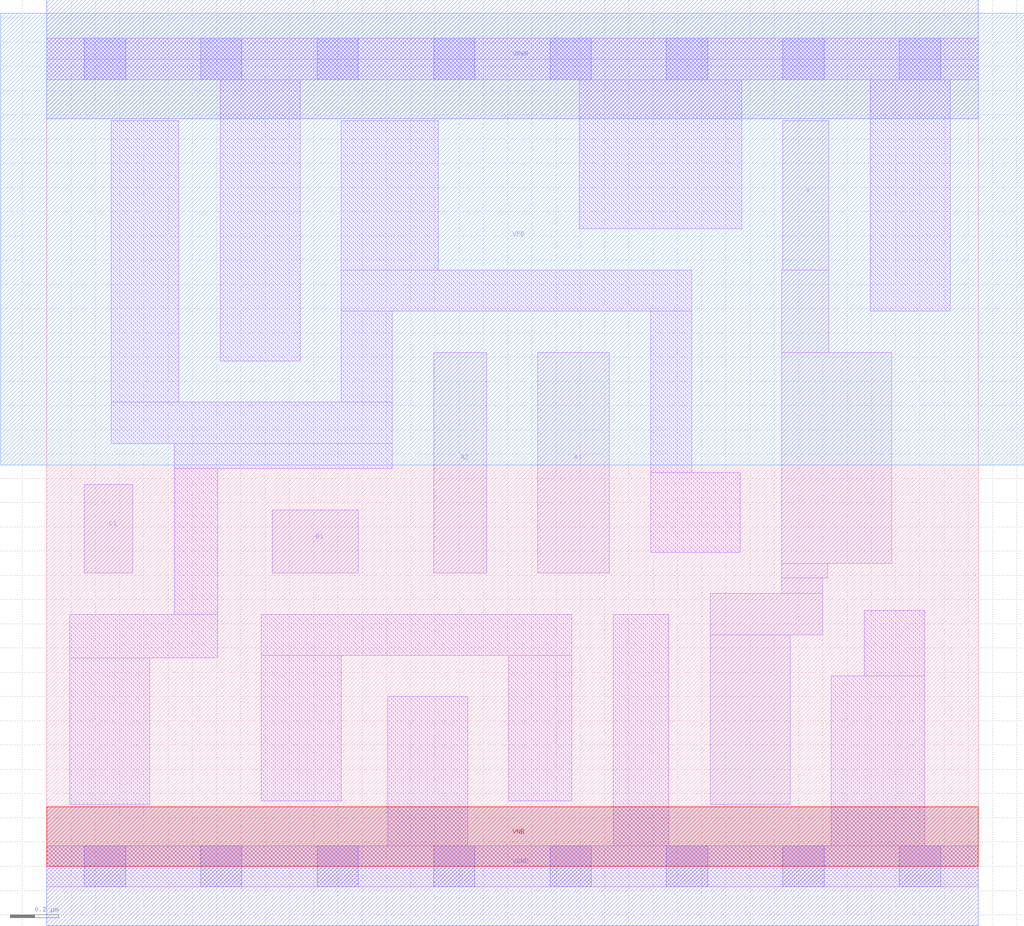
<source format=lef>
# Copyright 2020 The SkyWater PDK Authors
#
# Licensed under the Apache License, Version 2.0 (the "License");
# you may not use this file except in compliance with the License.
# You may obtain a copy of the License at
#
#     https://www.apache.org/licenses/LICENSE-2.0
#
# Unless required by applicable law or agreed to in writing, software
# distributed under the License is distributed on an "AS IS" BASIS,
# WITHOUT WARRANTIES OR CONDITIONS OF ANY KIND, either express or implied.
# See the License for the specific language governing permissions and
# limitations under the License.
#
# SPDX-License-Identifier: Apache-2.0

VERSION 5.7 ;
  NOWIREEXTENSIONATPIN ON ;
  DIVIDERCHAR "/" ;
  BUSBITCHARS "[]" ;
MACRO sky130_fd_sc_lp__o211a_2
  CLASS CORE ;
  FOREIGN sky130_fd_sc_lp__o211a_2 ;
  ORIGIN  0.000000  0.000000 ;
  SIZE  3.840000 BY  3.330000 ;
  SYMMETRY X Y R90 ;
  SITE unit ;
  PIN A1
    ANTENNAGATEAREA  0.315000 ;
    DIRECTION INPUT ;
    USE SIGNAL ;
    PORT
      LAYER li1 ;
        RECT 2.025000 1.210000 2.320000 2.120000 ;
    END
  END A1
  PIN A2
    ANTENNAGATEAREA  0.315000 ;
    DIRECTION INPUT ;
    USE SIGNAL ;
    PORT
      LAYER li1 ;
        RECT 1.595000 1.210000 1.815000 2.120000 ;
    END
  END A2
  PIN B1
    ANTENNAGATEAREA  0.315000 ;
    DIRECTION INPUT ;
    USE SIGNAL ;
    PORT
      LAYER li1 ;
        RECT 0.930000 1.210000 1.285000 1.470000 ;
    END
  END B1
  PIN C1
    ANTENNAGATEAREA  0.315000 ;
    DIRECTION INPUT ;
    USE SIGNAL ;
    PORT
      LAYER li1 ;
        RECT 0.155000 1.210000 0.355000 1.575000 ;
    END
  END C1
  PIN X
    ANTENNADIFFAREA  0.588000 ;
    DIRECTION OUTPUT ;
    USE SIGNAL ;
    PORT
      LAYER li1 ;
        RECT 2.735000 0.255000 3.065000 0.955000 ;
        RECT 2.735000 0.955000 3.200000 1.125000 ;
        RECT 3.030000 1.125000 3.200000 1.190000 ;
        RECT 3.030000 1.190000 3.220000 1.250000 ;
        RECT 3.030000 1.250000 3.485000 2.120000 ;
        RECT 3.030000 2.120000 3.225000 2.460000 ;
        RECT 3.035000 2.460000 3.225000 3.075000 ;
    END
  END X
  PIN VGND
    DIRECTION INOUT ;
    USE GROUND ;
    PORT
      LAYER met1 ;
        RECT 0.000000 -0.245000 3.840000 0.245000 ;
    END
  END VGND
  PIN VNB
    DIRECTION INOUT ;
    USE GROUND ;
    PORT
      LAYER pwell ;
        RECT 0.000000 0.000000 3.840000 0.245000 ;
    END
  END VNB
  PIN VPB
    DIRECTION INOUT ;
    USE POWER ;
    PORT
      LAYER nwell ;
        RECT -0.190000 1.655000 4.030000 3.520000 ;
    END
  END VPB
  PIN VPWR
    DIRECTION INOUT ;
    USE POWER ;
    PORT
      LAYER met1 ;
        RECT 0.000000 3.085000 3.840000 3.575000 ;
    END
  END VPWR
  OBS
    LAYER li1 ;
      RECT 0.000000 -0.085000 3.840000 0.085000 ;
      RECT 0.000000  3.245000 3.840000 3.415000 ;
      RECT 0.095000  0.255000 0.425000 0.860000 ;
      RECT 0.095000  0.860000 0.705000 1.040000 ;
      RECT 0.265000  1.745000 1.425000 1.915000 ;
      RECT 0.265000  1.915000 0.545000 3.075000 ;
      RECT 0.525000  1.040000 0.705000 1.640000 ;
      RECT 0.525000  1.640000 1.425000 1.745000 ;
      RECT 0.715000  2.085000 1.045000 3.245000 ;
      RECT 0.885000  0.270000 1.215000 0.870000 ;
      RECT 0.885000  0.870000 2.165000 1.040000 ;
      RECT 1.215000  1.915000 1.425000 2.290000 ;
      RECT 1.215000  2.290000 2.660000 2.460000 ;
      RECT 1.215000  2.460000 1.615000 3.075000 ;
      RECT 1.405000  0.085000 1.735000 0.700000 ;
      RECT 1.905000  0.270000 2.165000 0.870000 ;
      RECT 2.195000  2.630000 2.865000 3.245000 ;
      RECT 2.335000  0.085000 2.565000 1.040000 ;
      RECT 2.490000  1.295000 2.860000 1.625000 ;
      RECT 2.490000  1.625000 2.660000 2.290000 ;
      RECT 3.235000  0.085000 3.620000 0.785000 ;
      RECT 3.370000  0.785000 3.620000 1.055000 ;
      RECT 3.395000  2.290000 3.725000 3.245000 ;
    LAYER mcon ;
      RECT 0.155000 -0.085000 0.325000 0.085000 ;
      RECT 0.155000  3.245000 0.325000 3.415000 ;
      RECT 0.635000 -0.085000 0.805000 0.085000 ;
      RECT 0.635000  3.245000 0.805000 3.415000 ;
      RECT 1.115000 -0.085000 1.285000 0.085000 ;
      RECT 1.115000  3.245000 1.285000 3.415000 ;
      RECT 1.595000 -0.085000 1.765000 0.085000 ;
      RECT 1.595000  3.245000 1.765000 3.415000 ;
      RECT 2.075000 -0.085000 2.245000 0.085000 ;
      RECT 2.075000  3.245000 2.245000 3.415000 ;
      RECT 2.555000 -0.085000 2.725000 0.085000 ;
      RECT 2.555000  3.245000 2.725000 3.415000 ;
      RECT 3.035000 -0.085000 3.205000 0.085000 ;
      RECT 3.035000  3.245000 3.205000 3.415000 ;
      RECT 3.515000 -0.085000 3.685000 0.085000 ;
      RECT 3.515000  3.245000 3.685000 3.415000 ;
  END
END sky130_fd_sc_lp__o211a_2
END LIBRARY

</source>
